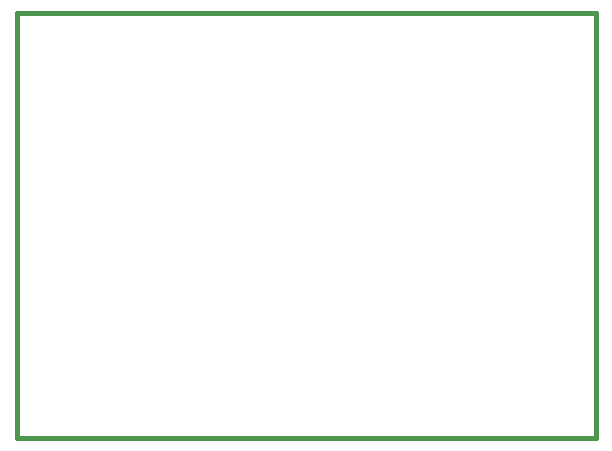
<source format=gbr>
G04 (created by PCBNEW (2013-jul-07)-stable) date ma 14. heinäkuuta 2014 13.19.26*
%MOIN*%
G04 Gerber Fmt 3.4, Leading zero omitted, Abs format*
%FSLAX34Y34*%
G01*
G70*
G90*
G04 APERTURE LIST*
%ADD10C,0.00590551*%
%ADD11C,0.015*%
G04 APERTURE END LIST*
G54D10*
G54D11*
X40944Y-24015D02*
X40944Y-9842D01*
X21653Y-24015D02*
X40944Y-24015D01*
X21653Y-9842D02*
X21653Y-24015D01*
X40944Y-9842D02*
X21653Y-9842D01*
M02*

</source>
